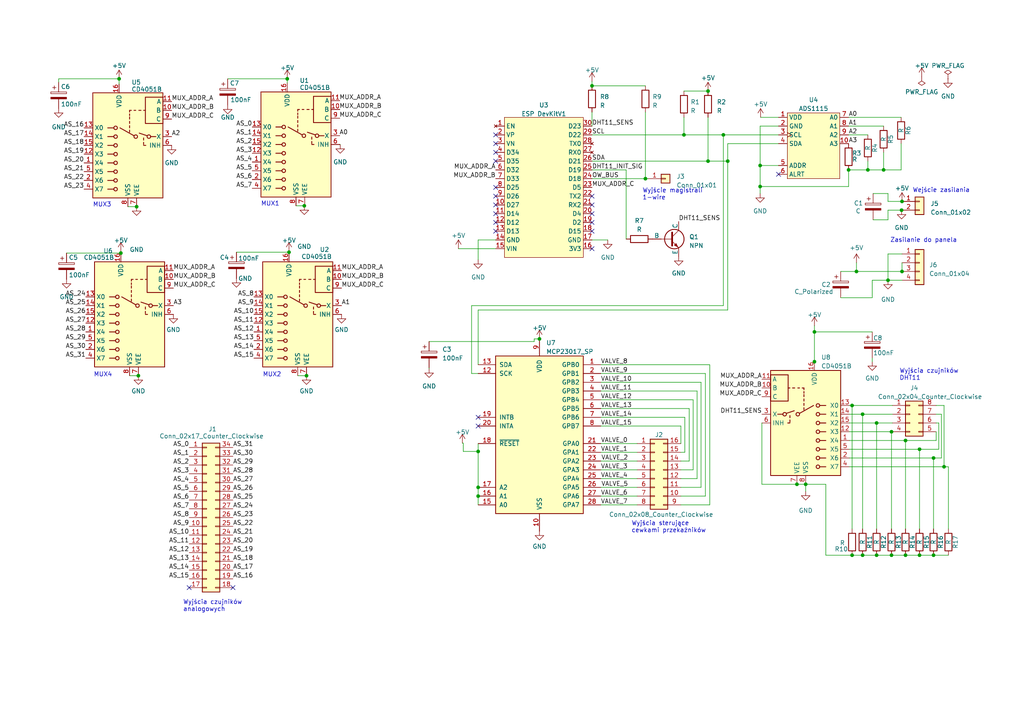
<source format=kicad_sch>
(kicad_sch (version 20230121) (generator eeschema)
  (paper "A4")
  (title_block (title "Stacja pomiarowa, układ z mikrokontolerem"))
  (lib_symbols
    (symbol "Analog_Switch:CD4051B"
      (property "Reference" "U" (at -10.16 16.51 0))
      (property "Value" "CD4051B" (at 3.81 16.51 0))
      (symbol "CD4051B_1_1"
        (pin bidirectional line (at 12.7 -5.08 180) (length 2.54) (name "X4") (number "1"))
        (pin input line (at -12.7 10.16 0) (length 2.54) (name "B") (number "10"))
        (pin input line (at -12.7 12.7 0) (length 2.54) (name "A") (number "11"))
        (pin bidirectional line (at 12.7 -2.54 180) (length 2.54) (name "X3") (number "12"))
        (pin bidirectional line (at 12.7 5.08 180) (length 2.54) (name "X0") (number "13"))
        (pin bidirectional line (at 12.7 2.54 180) (length 2.54) (name "X1") (number "14"))
        (pin bidirectional line (at 12.7 0 180) (length 2.54) (name "X2") (number "15"))
        (pin power_in line (at 2.54 17.78 270) (length 2.54) (name "VDD") (number "16"))
        (pin bidirectional line (at 12.7 -10.16 180) (length 2.54) (name "X6") (number "2"))
        (pin bidirectional line (at -12.7 2.54 0) (length 2.54) (name "X") (number "3"))
        (pin bidirectional line (at 12.7 -12.7 180) (length 2.54) (name "X7") (number "4"))
        (pin bidirectional line (at 12.7 -7.62 180) (length 2.54) (name "X5") (number "5"))
        (pin input line (at -12.7 0 0) (length 2.54) (name "INH") (number "6"))
        (pin power_in line (at -2.54 -17.78 90) (length 2.54) (name "VEE") (number "7"))
        (pin power_in line (at 0 -17.78 90) (length 2.54) (name "VSS") (number "8"))
        (pin input line (at -12.7 7.62 0) (length 2.54) (name "C") (number "9"))
      )
    )
    (symbol "Connector_Generic:Conn_01x01" (pin_names (offset 1.016) hide)
      (property "Reference" "J" (at 0 2.54 0))
      (property "Value" "Conn_01x01" (at 0 -2.54 0))
      (symbol "Conn_01x01_1_1"
        (pin passive line (at -5.08 0 0) (length 3.81) (name "Pin_1") (number "1"))
      )
    )
    (symbol "Connector_Generic:Conn_01x02" (pin_names (offset 1.016) hide)
      (property "Reference" "J" (at 0 2.54 0))
      (property "Value" "Conn_01x02" (at 0 -5.08 0))
      (symbol "Conn_01x02_1_1"
        (pin passive line (at -5.08 0 0) (length 3.81) (name "Pin_1") (number "1"))
        (pin passive line (at -5.08 -2.54 0) (length 3.81) (name "Pin_2") (number "2"))
      )
    )
    (symbol "Connector_Generic:Conn_01x04" (pin_names (offset 1.016) hide)
      (property "Reference" "J" (at 0 5.08 0))
      (property "Value" "Conn_01x04" (at 0 -7.62 0))
      (symbol "Conn_01x04_1_1"
        (pin passive line (at -5.08 2.54 0) (length 3.81) (name "Pin_1") (number "1"))
        (pin passive line (at -5.08 0 0) (length 3.81) (name "Pin_2") (number "2"))
        (pin passive line (at -5.08 -2.54 0) (length 3.81) (name "Pin_3") (number "3"))
        (pin passive line (at -5.08 -5.08 0) (length 3.81) (name "Pin_4") (number "4"))
      )
    )
    (symbol "Connector_Generic:Conn_02x04_Counter_Clockwise" (pin_names (offset 1.016) hide)
      (property "Reference" "J" (at 1.27 5.08 0))
      (property "Value" "Conn_02x04_Counter_Clockwise" (at 1.27 -7.62 0))
      (symbol "Conn_02x04_Counter_Clockwise_1_1"
        (pin passive line (at -5.08 2.54 0) (length 3.81) (name "Pin_1") (number "1"))
        (pin passive line (at -5.08 0 0) (length 3.81) (name "Pin_2") (number "2"))
        (pin passive line (at -5.08 -2.54 0) (length 3.81) (name "Pin_3") (number "3"))
        (pin passive line (at -5.08 -5.08 0) (length 3.81) (name "Pin_4") (number "4"))
        (pin passive line (at 7.62 -5.08 180) (length 3.81) (name "Pin_5") (number "5"))
        (pin passive line (at 7.62 -2.54 180) (length 3.81) (name "Pin_6") (number "6"))
        (pin passive line (at 7.62 0 180) (length 3.81) (name "Pin_7") (number "7"))
        (pin passive line (at 7.62 2.54 180) (length 3.81) (name "Pin_8") (number "8"))
      )
    )
    (symbol "Connector_Generic:Conn_02x08_Counter_Clockwise" (pin_names (offset 1.016) hide)
      (property "Reference" "J" (at 1.27 10.16 0))
      (property "Value" "Conn_02x08_Counter_Clockwise" (at 1.27 -12.7 0))
      (symbol "Conn_02x08_Counter_Clockwise_1_1"
        (pin passive line (at -5.08 7.62 0) (length 3.81) (name "Pin_1") (number "1"))
        (pin passive line (at 7.62 -7.62 180) (length 3.81) (name "Pin_10") (number "10"))
        (pin passive line (at 7.62 -5.08 180) (length 3.81) (name "Pin_11") (number "11"))
        (pin passive line (at 7.62 -2.54 180) (length 3.81) (name "Pin_12") (number "12"))
        (pin passive line (at 7.62 0 180) (length 3.81) (name "Pin_13") (number "13"))
        (pin passive line (at 7.62 2.54 180) (length 3.81) (name "Pin_14") (number "14"))
        (pin passive line (at 7.62 5.08 180) (length 3.81) (name "Pin_15") (number "15"))
        (pin passive line (at 7.62 7.62 180) (length 3.81) (name "Pin_16") (number "16"))
        (pin passive line (at -5.08 5.08 0) (length 3.81) (name "Pin_2") (number "2"))
        (pin passive line (at -5.08 2.54 0) (length 3.81) (name "Pin_3") (number "3"))
        (pin passive line (at -5.08 0 0) (length 3.81) (name "Pin_4") (number "4"))
        (pin passive line (at -5.08 -2.54 0) (length 3.81) (name "Pin_5") (number "5"))
        (pin passive line (at -5.08 -5.08 0) (length 3.81) (name "Pin_6") (number "6"))
        (pin passive line (at -5.08 -7.62 0) (length 3.81) (name "Pin_7") (number "7"))
        (pin passive line (at -5.08 -10.16 0) (length 3.81) (name "Pin_8") (number "8"))
        (pin passive line (at 7.62 -10.16 180) (length 3.81) (name "Pin_9") (number "9"))
      )
    )
    (symbol "Connector_Generic:Conn_02x17_Counter_Clockwise" (pin_names (offset 1.016) hide)
      (property "Reference" "J" (at 1.27 22.86 0))
      (property "Value" "Conn_02x17_Counter_Clockwise" (at 1.27 -22.86 0))
      (symbol "Conn_02x17_Counter_Clockwise_1_1"
        (pin passive line (at -5.08 20.32 0) (length 3.81) (name "Pin_1") (number "1"))
        (pin passive line (at -5.08 -2.54 0) (length 3.81) (name "Pin_10") (number "10"))
        (pin passive line (at -5.08 -5.08 0) (length 3.81) (name "Pin_11") (number "11"))
        (pin passive line (at -5.08 -7.62 0) (length 3.81) (name "Pin_12") (number "12"))
        (pin passive line (at -5.08 -10.16 0) (length 3.81) (name "Pin_13") (number "13"))
        (pin passive line (at -5.08 -12.7 0) (length 3.81) (name "Pin_14") (number "14"))
        (pin passive line (at -5.08 -15.24 0) (length 3.81) (name "Pin_15") (number "15"))
        (pin passive line (at -5.08 -17.78 0) (length 3.81) (name "Pin_16") (number "16"))
        (pin passive line (at -5.08 -20.32 0) (length 3.81) (name "Pin_17") (number "17"))
        (pin passive line (at 7.62 -20.32 180) (length 3.81) (name "Pin_18") (number "18"))
        (pin passive line (at 7.62 -17.78 180) (length 3.81) (name "Pin_19") (number "19"))
        (pin passive line (at -5.08 17.78 0) (length 3.81) (name "Pin_2") (number "2"))
        (pin passive line (at 7.62 -15.24 180) (length 3.81) (name "Pin_20") (number "20"))
        (pin passive line (at 7.62 -12.7 180) (length 3.81) (name "Pin_21") (number "21"))
        (pin passive line (at 7.62 -10.16 180) (length 3.81) (name "Pin_22") (number "22"))
        (pin passive line (at 7.62 -7.62 180) (length 3.81) (name "Pin_23") (number "23"))
        (pin passive line (at 7.62 -5.08 180) (length 3.81) (name "Pin_24") (number "24"))
        (pin passive line (at 7.62 -2.54 180) (length 3.81) (name "Pin_25") (number "25"))
        (pin passive line (at 7.62 0 180) (length 3.81) (name "Pin_26") (number "26"))
        (pin passive line (at 7.62 2.54 180) (length 3.81) (name "Pin_27") (number "27"))
        (pin passive line (at 7.62 5.08 180) (length 3.81) (name "Pin_28") (number "28"))
        (pin passive line (at 7.62 7.62 180) (length 3.81) (name "Pin_29") (number "29"))
        (pin passive line (at -5.08 15.24 0) (length 3.81) (name "Pin_3") (number "3"))
        (pin passive line (at 7.62 10.16 180) (length 3.81) (name "Pin_30") (number "30"))
        (pin passive line (at 7.62 12.7 180) (length 3.81) (name "Pin_31") (number "31"))
        (pin passive line (at 7.62 15.24 180) (length 3.81) (name "Pin_32") (number "32"))
        (pin passive line (at 7.62 17.78 180) (length 3.81) (name "Pin_33") (number "33"))
        (pin passive line (at 7.62 20.32 180) (length 3.81) (name "Pin_34") (number "34"))
        (pin passive line (at -5.08 12.7 0) (length 3.81) (name "Pin_4") (number "4"))
        (pin passive line (at -5.08 10.16 0) (length 3.81) (name "Pin_5") (number "5"))
        (pin passive line (at -5.08 7.62 0) (length 3.81) (name "Pin_6") (number "6"))
        (pin passive line (at -5.08 5.08 0) (length 3.81) (name "Pin_7") (number "7"))
        (pin passive line (at -5.08 2.54 0) (length 3.81) (name "Pin_8") (number "8"))
        (pin passive line (at -5.08 0 0) (length 3.81) (name "Pin_9") (number "9"))
      )
    )
    (symbol "Device:C_Polarized" (pin_numbers hide) (pin_names (offset 0.254))
      (property "Reference" "C" (at 0.635 2.54 0))
      (property "Value" "C_Polarized" (at 0.635 -2.54 0))
      (symbol "C_Polarized_1_1"
        (pin passive line (at 0 3.81 270) (length 2.794) (name "~") (number "1"))
        (pin passive line (at 0 -3.81 90) (length 2.794) (name "~") (number "2"))
      )
    )
    (symbol "Device:R" (pin_numbers hide) (pin_names (offset 0))
      (property "Reference" "R" (at 2.032 0 90))
      (property "Value" "R" (at 0 0 90))
      (symbol "R_1_1"
        (pin passive line (at 0 3.81 270) (length 1.27) (name "~") (number "1"))
        (pin passive line (at 0 -3.81 90) (length 1.27) (name "~") (number "2"))
      )
    )
    (symbol "Interface_Expansion:MCP23017_SP" (pin_names (offset 1.016))
      (property "Reference" "U" (at -11.43 24.13 0))
      (property "Value" "MCP23017_SP" (at 0 0 0))
      (symbol "MCP23017_SP_1_1"
        (pin bidirectional line (at 17.78 20.32 180) (length 5.08) (name "GPB0") (number "1"))
        (pin power_in line (at 0 -27.94 90) (length 5.08) (name "VSS") (number "10"))
        (pin no_connect line (at -12.7 15.24 0) (length 5.08) hide (name "NC") (number "11"))
        (pin input line (at -17.78 17.78 0) (length 5.08) (name "SCK") (number "12"))
        (pin bidirectional line (at -17.78 20.32 0) (length 5.08) (name "SDA") (number "13"))
        (pin no_connect line (at -12.7 12.7 0) (length 5.08) hide (name "NC") (number "14"))
        (pin input line (at -17.78 -20.32 0) (length 5.08) (name "A0") (number "15"))
        (pin input line (at -17.78 -17.78 0) (length 5.08) (name "A1") (number "16"))
        (pin input line (at -17.78 -15.24 0) (length 5.08) (name "A2") (number "17"))
        (pin input line (at -17.78 -2.54 0) (length 5.08) (name "~{RESET}") (number "18"))
        (pin tri_state line (at -17.78 5.08 0) (length 5.08) (name "INTB") (number "19"))
        (pin bidirectional line (at 17.78 17.78 180) (length 5.08) (name "GPB1") (number "2"))
        (pin tri_state line (at -17.78 2.54 0) (length 5.08) (name "INTA") (number "20"))
        (pin bidirectional line (at 17.78 -2.54 180) (length 5.08) (name "GPA0") (number "21"))
        (pin bidirectional line (at 17.78 -5.08 180) (length 5.08) (name "GPA1") (number "22"))
        (pin bidirectional line (at 17.78 -7.62 180) (length 5.08) (name "GPA2") (number "23"))
        (pin bidirectional line (at 17.78 -10.16 180) (length 5.08) (name "GPA3") (number "24"))
        (pin bidirectional line (at 17.78 -12.7 180) (length 5.08) (name "GPA4") (number "25"))
        (pin bidirectional line (at 17.78 -15.24 180) (length 5.08) (name "GPA5") (number "26"))
        (pin bidirectional line (at 17.78 -17.78 180) (length 5.08) (name "GPA6") (number "27"))
        (pin bidirectional line (at 17.78 -20.32 180) (length 5.08) (name "GPA7") (number "28"))
        (pin bidirectional line (at 17.78 15.24 180) (length 5.08) (name "GPB2") (number "3"))
        (pin bidirectional line (at 17.78 12.7 180) (length 5.08) (name "GPB3") (number "4"))
        (pin bidirectional line (at 17.78 10.16 180) (length 5.08) (name "GPB4") (number "5"))
        (pin bidirectional line (at 17.78 7.62 180) (length 5.08) (name "GPB5") (number "6"))
        (pin bidirectional line (at 17.78 5.08 180) (length 5.08) (name "GPB6") (number "7"))
        (pin bidirectional line (at 17.78 2.54 180) (length 5.08) (name "GPB7") (number "8"))
        (pin power_in line (at 0 27.94 270) (length 5.08) (name "VDD") (number "9"))
      )
    )
    (symbol "Simulation_SPICE:NPN" (pin_numbers hide) (pin_names (offset 0))
      (property "Reference" "Q" (at -2.54 7.62 0))
      (property "Value" "NPN" (at -2.54 5.08 0))
      (symbol "NPN_1_1"
        (pin open_collector line (at 2.54 5.08 270) (length 2.54) (name "C") (number "1"))
        (pin input line (at -5.08 0 0) (length 2.54) (name "B") (number "2"))
        (pin open_emitter line (at 2.54 -5.08 90) (length 2.54) (name "E") (number "3"))
      )
    )
    (symbol "breakout-boards:ads1115" (in_bom no)
      (property "Reference" "U" (at 0 2.54 0))
      (property "Value" "ADS1115" (at 0 0 0))
      (symbol "ads1115_1_1"
        (pin power_in line (at -10.16 -2.54 0) (length 2.54) (name "VDD") (number "1"))
        (pin input line (at 10.16 -10.16 180) (length 2.54) (name "A3") (number "10"))
        (pin power_in line (at -10.16 -5.08 0) (length 2.54) (name "GND") (number "2"))
        (pin input clock (at -10.16 -7.62 0) (length 2.54) (name "SCL") (number "3"))
        (pin input line (at -10.16 -10.16 0) (length 2.54) (name "SDA") (number "4"))
        (pin output line (at -10.16 -16.51 0) (length 2.54) (name "ADDR") (number "5"))
        (pin output line (at -10.16 -19.05 0) (length 2.54) (name "ALRT") (number "6"))
        (pin input line (at 10.16 -2.54 180) (length 2.54) (name "A0") (number "7"))
        (pin input line (at 10.16 -5.08 180) (length 2.54) (name "A1") (number "8"))
        (pin input line (at 10.16 -7.62 180) (length 2.54) (name "A2") (number "9"))
      )
    )
    (symbol "esp-dev-boards:ESP DevKitV1"
      (property "Reference" "U" (at -16.51 25.4 0))
      (property "Value" "ESP DevKitV1" (at -1.27 25.4 0))
      (symbol "ESP DevKitV1_1_1"
        (pin no_connect line (at -20.32 21.59 0) (length 2.54) (name "EN") (number "1"))
        (pin bidirectional line (at -20.32 -1.27 0) (length 2.54) (name "D27") (number "10"))
        (pin bidirectional line (at -20.32 -3.81 0) (length 2.54) (name "D14") (number "11"))
        (pin bidirectional line (at -20.32 -6.35 0) (length 2.54) (name "D12") (number "12"))
        (pin bidirectional line (at -20.32 -8.89 0) (length 2.54) (name "D13") (number "13"))
        (pin power_in line (at -20.32 -11.43 0) (length 2.54) (name "GND") (number "14"))
        (pin power_in line (at -20.32 -13.97 0) (length 2.54) (name "VIN") (number "15"))
        (pin power_out line (at 7.62 -13.97 180) (length 2.54) (name "3V3") (number "16"))
        (pin power_in line (at 7.62 -11.43 180) (length 2.54) (name "GND") (number "17"))
        (pin bidirectional line (at 7.62 -8.89 180) (length 2.54) (name "D15") (number "18"))
        (pin bidirectional line (at 7.62 -6.35 180) (length 2.54) (name "D2") (number "19"))
        (pin input line (at -20.32 19.05 0) (length 2.54) (name "VP") (number "2"))
        (pin bidirectional line (at 7.62 -3.81 180) (length 2.54) (name "D4") (number "20"))
        (pin bidirectional line (at 7.62 -1.27 180) (length 2.54) (name "RX2") (number "21"))
        (pin bidirectional line (at 7.62 1.27 180) (length 2.54) (name "TX2") (number "22"))
        (pin bidirectional line (at 7.62 3.81 180) (length 2.54) (name "D5") (number "23"))
        (pin bidirectional line (at 7.62 6.35 180) (length 2.54) (name "D18") (number "24"))
        (pin bidirectional line (at 7.62 8.89 180) (length 2.54) (name "D19") (number "25"))
        (pin bidirectional line (at 7.62 11.43 180) (length 2.54) (name "D21") (number "26"))
        (pin no_connect line (at 7.62 13.97 180) (length 2.54) (name "RX0") (number "27"))
        (pin no_connect line (at 7.62 16.51 180) (length 2.54) (name "TX0") (number "28"))
        (pin bidirectional line (at 7.62 19.05 180) (length 2.54) (name "D22") (number "29"))
        (pin input line (at -20.32 16.51 0) (length 2.54) (name "VN") (number "3"))
        (pin bidirectional line (at 7.62 21.59 180) (length 2.54) (name "D23") (number "30"))
        (pin input line (at -20.32 13.97 0) (length 2.54) (name "D34") (number "4"))
        (pin input line (at -20.32 11.43 0) (length 2.54) (name "D35") (number "5"))
        (pin bidirectional line (at -20.32 8.89 0) (length 2.54) (name "D32") (number "6"))
        (pin bidirectional line (at -20.32 6.35 0) (length 2.54) (name "D33") (number "7"))
        (pin bidirectional line (at -20.32 3.81 0) (length 2.54) (name "D25") (number "8"))
        (pin bidirectional line (at -20.32 1.27 0) (length 2.54) (name "D26") (number "9"))
      )
    )
    (symbol "power:+5V" (power) (pin_names (offset 0))
      (property "Value" "+5V" (at 0 3.556 0))
      (symbol "+5V_1_1"
        (pin power_in line (at 0 0 90) (length 0) hide (name "+5V") (number "1"))
      )
    )
    (symbol "power:GND" (power) (pin_names (offset 0))
      (property "Value" "GND" (at 0 -3.81 0))
      (symbol "GND_1_1"
        (pin power_in line (at 0 0 270) (length 0) hide (name "GND") (number "1"))
      )
    )
    (symbol "power:PWR_FLAG" (power) (pin_numbers hide) (pin_names (offset 0) hide)
      (property "Value" "PWR_FLAG" (at 0 3.81 0))
      (symbol "PWR_FLAG_0_0"
        (pin power_out line (at 0 0 90) (length 0) (name "pwr") (number "1"))
      )
    )
  )
  (junction (at 261.62 58.42))
  (junction (at 270.764 161.036))
  (junction (at 266.7 161.036))
  (junction (at 171.704 24.892))
  (junction (at 35.052 73.406))
  (junction (at 83.82 73.152))
  (junction (at 83.312 22.86))
  (junction (at 138.684 141.351))
  (junction (at 258.572 125.222))
  (junction (at 187.198 51.816))
  (junction (at 138.684 130.937))
  (junction (at 39.624 59.944))
  (junction (at 236.22 104.902))
  (junction (at 254.254 122.682))
  (junction (at 34.544 22.86))
  (junction (at 233.68 140.462))
  (junction (at 248.412 78.74))
  (junction (at 256.286 49.276))
  (junction (at 261.62 78.74))
  (junction (at 258.572 161.036))
  (junction (at 251.714 49.276))
  (junction (at 273.812 135.382))
  (junction (at 220.472 54.102))
  (junction (at 88.265 59.69))
  (junction (at 261.493 60.96))
  (junction (at 138.684 143.891))
  (junction (at 250.19 120.142))
  (junction (at 40.132 108.966))
  (junction (at 246.126 49.276))
  (junction (at 266.7 130.302))
  (junction (at 250.19 161.036))
  (junction (at 88.9 108.966))
  (junction (at 262.636 127.762))
  (junction (at 247.142 117.602))
  (junction (at 198.374 39.116))
  (junction (at 205.359 26.416))
  (junction (at 156.464 98.298))
  (junction (at 205.359 46.736))
  (junction (at 211.074 46.736))
  (junction (at 236.22 96.266))
  (junction (at 262.636 161.036))
  (junction (at 209.804 39.116))
  (junction (at 231.14 140.462))
  (junction (at 257.556 81.28))
  (junction (at 254.254 161.036))
  (junction (at 247.142 161.036))
  (junction (at 220.472 48.006))
  (junction (at 270.764 132.842))
  (no_connect (at 143.764 39.116))
  (no_connect (at 143.764 56.896))
  (no_connect (at 143.764 41.656))
  (no_connect (at 143.764 64.516))
  (no_connect (at 171.704 72.136))
  (no_connect (at 171.704 56.896))
  (no_connect (at 171.704 64.516))
  (no_connect (at 171.704 59.436))
  (no_connect (at 143.764 46.736))
  (no_connect (at 67.564 170.434))
  (no_connect (at 143.764 54.356))
  (no_connect (at 138.684 121.031))
  (no_connect (at 171.704 61.976))
  (no_connect (at 143.764 59.436))
  (no_connect (at 143.764 61.976))
  (no_connect (at 171.704 67.056))
  (no_connect (at 225.806 50.546))
  (no_connect (at 54.864 170.434))
  (no_connect (at 143.764 67.056))
  (no_connect (at 143.764 44.196))
  (no_connect (at 138.684 123.571))
  (wire (pts (xy 40.132 108.966) (xy 37.592 108.966)))
  (wire (pts (xy 138.684 89.916) (xy 211.074 89.916)))
  (wire (pts (xy 262.636 161.036) (xy 266.7 161.036)))
  (wire (pts (xy 247.142 117.602) (xy 258.826 117.602)))
  (wire (pts (xy 205.867 105.791) (xy 205.867 146.431)))
  (wire (pts (xy 199.898 118.491) (xy 174.244 118.491)))
  (wire (pts (xy 138.684 75.311) (xy 138.684 69.596)))
  (wire (pts (xy 247.142 117.602) (xy 247.142 153.416)))
  (wire (pts (xy 246.38 135.382) (xy 273.812 135.382)))
  (wire (pts (xy 220.599 34.036) (xy 225.806 34.036)))
  (wire (pts (xy 184.785 143.891) (xy 174.244 143.891)))
  (wire (pts (xy 258.572 161.036) (xy 262.636 161.036)))
  (wire (pts (xy 250.19 161.036) (xy 254.254 161.036)))
  (wire (pts (xy 138.684 69.596) (xy 143.764 69.596)))
  (wire (pts (xy 220.472 36.576) (xy 225.806 36.576)))
  (wire (pts (xy 254.254 161.036) (xy 258.572 161.036)))
  (wire (pts (xy 132.969 72.136) (xy 143.764 72.136)))
  (wire (pts (xy 202.184 113.411) (xy 174.244 113.411)))
  (wire (pts (xy 220.472 54.102) (xy 246.126 54.102)))
  (wire (pts (xy 246.38 132.842) (xy 270.764 132.842)))
  (wire (pts (xy 271.526 127.762) (xy 271.526 125.222)))
  (wire (pts (xy 136.779 88.646) (xy 209.804 88.646)))
  (wire (pts (xy 209.804 88.646) (xy 209.804 39.116)))
  (wire (pts (xy 239.522 140.462) (xy 239.522 161.036)))
  (wire (pts (xy 261.62 76.2) (xy 261.62 78.74)))
  (wire (pts (xy 246.126 54.102) (xy 246.126 49.276)))
  (wire (pts (xy 184.785 141.351) (xy 174.244 141.351)))
  (wire (pts (xy 138.684 130.937) (xy 138.684 141.351)))
  (wire (pts (xy 239.522 161.036) (xy 247.142 161.036)))
  (wire (pts (xy 257.556 58.42) (xy 261.62 58.42)))
  (wire (pts (xy 246.38 125.222) (xy 258.572 125.222)))
  (wire (pts (xy 98.552 31.75) (xy 98.425 31.75)))
  (wire (pts (xy 171.704 51.816) (xy 187.198 51.816)))
  (wire (pts (xy 184.785 136.271) (xy 174.244 136.271)))
  (wire (pts (xy 204.597 108.331) (xy 204.597 143.891)))
  (wire (pts (xy 270.764 132.842) (xy 270.764 153.416)))
  (wire (pts (xy 253.238 63.754) (xy 257.556 63.754)))
  (wire (pts (xy 88.392 59.69) (xy 88.265 59.69)))
  (wire (pts (xy 261.874 58.42) (xy 261.62 58.42)))
  (wire (pts (xy 275.082 153.416) (xy 275.082 135.382)))
  (wire (pts (xy 68.58 73.152) (xy 83.82 73.152)))
  (wire (pts (xy 181.61 49.276) (xy 171.704 49.276)))
  (wire (pts (xy 248.412 76.2) (xy 248.412 78.74)))
  (wire (pts (xy 171.704 24.892) (xy 187.198 24.892)))
  (wire (pts (xy 248.412 78.74) (xy 261.62 78.74)))
  (wire (pts (xy 266.7 161.036) (xy 270.764 161.036)))
  (wire (pts (xy 257.556 73.66) (xy 261.62 73.66)))
  (wire (pts (xy 138.684 128.651) (xy 138.684 130.937)))
  (wire (pts (xy 251.714 49.276) (xy 256.286 49.276)))
  (wire (pts (xy 253.238 56.134) (xy 257.556 56.134)))
  (wire (pts (xy 252.984 103.886) (xy 252.984 104.902)))
  (wire (pts (xy 266.7 130.302) (xy 272.288 130.302)))
  (wire (pts (xy 220.472 54.102) (xy 220.472 48.006)))
  (wire (pts (xy 66.04 22.86) (xy 83.312 22.86)))
  (wire (pts (xy 205.867 105.791) (xy 174.244 105.791)))
  (wire (pts (xy 202.184 113.411) (xy 202.184 138.811)))
  (wire (pts (xy 257.556 81.28) (xy 261.62 81.28)))
  (wire (pts (xy 275.082 135.382) (xy 273.812 135.382)))
  (wire (pts (xy 124.46 106.934) (xy 124.46 106.68)))
  (wire (pts (xy 138.684 108.331) (xy 136.779 108.331)))
  (wire (pts (xy 202.184 138.811) (xy 197.485 138.811)))
  (wire (pts (xy 187.198 51.816) (xy 187.96 51.816)))
  (wire (pts (xy 98.552 34.29) (xy 98.425 34.29)))
  (wire (pts (xy 98.552 29.21) (xy 98.425 29.21)))
  (wire (pts (xy 261.493 60.96) (xy 261.62 60.96)))
  (wire (pts (xy 246.38 127.762) (xy 262.636 127.762)))
  (wire (pts (xy 138.684 141.351) (xy 138.684 143.891)))
  (wire (pts (xy 88.9 108.966) (xy 86.36 108.966)))
  (wire (pts (xy 246.38 122.682) (xy 254.254 122.682)))
  (wire (pts (xy 136.779 108.331) (xy 136.779 88.646)))
  (wire (pts (xy 246.38 130.302) (xy 266.7 130.302)))
  (wire (pts (xy 266.7 130.302) (xy 266.7 153.416)))
  (wire (pts (xy 220.472 48.006) (xy 220.472 36.576)))
  (wire (pts (xy 171.704 39.116) (xy 198.374 39.116)))
  (wire (pts (xy 174.244 123.571) (xy 197.485 123.571)))
  (wire (pts (xy 134.366 130.937) (xy 138.684 130.937)))
  (wire (pts (xy 174.244 110.871) (xy 203.327 110.871)))
  (wire (pts (xy 256.286 49.276) (xy 261.366 49.276)))
  (wire (pts (xy 233.68 140.462) (xy 239.522 140.462)))
  (wire (pts (xy 201.041 136.271) (xy 197.485 136.271)))
  (wire (pts (xy 138.684 143.891) (xy 138.684 146.431)))
  (wire (pts (xy 184.785 133.731) (xy 174.244 133.731)))
  (wire (pts (xy 34.544 22.86) (xy 17.018 22.86)))
  (wire (pts (xy 258.572 125.222) (xy 258.826 125.222)))
  (wire (pts (xy 257.556 63.754) (xy 257.556 60.96)))
  (wire (pts (xy 198.374 34.036) (xy 198.374 39.116)))
  (wire (pts (xy 256.286 49.276) (xy 256.286 44.196)))
  (wire (pts (xy 201.041 115.951) (xy 201.041 136.271)))
  (wire (pts (xy 273.812 117.602) (xy 271.526 117.602)))
  (wire (pts (xy 236.22 96.266) (xy 252.984 96.266)))
  (wire (pts (xy 198.628 121.031) (xy 174.244 121.031)))
  (wire (pts (xy 39.624 59.944) (xy 37.084 59.944)))
  (wire (pts (xy 257.556 73.66) (xy 257.556 81.28)))
  (wire (pts (xy 171.704 23.622) (xy 171.704 24.892)))
  (wire (pts (xy 250.19 120.142) (xy 250.19 153.416)))
  (wire (pts (xy 156.464 98.298) (xy 154.94 98.298)))
  (wire (pts (xy 204.597 108.331) (xy 174.244 108.331)))
  (wire (pts (xy 209.804 39.116) (xy 225.806 39.116)))
  (wire (pts (xy 197.485 123.571) (xy 197.485 128.651)))
  (wire (pts (xy 273.05 132.842) (xy 273.05 120.142)))
  (wire (pts (xy 246.38 120.142) (xy 250.19 120.142)))
  (wire (pts (xy 252.984 81.28) (xy 257.556 81.28)))
  (wire (pts (xy 134.366 128.524) (xy 134.366 130.937)))
  (wire (pts (xy 233.68 140.462) (xy 233.68 142.494)))
  (wire (pts (xy 270.764 161.036) (xy 275.082 161.036)))
  (wire (pts (xy 154.94 98.298) (xy 154.94 99.06)))
  (wire (pts (xy 211.074 41.656) (xy 211.074 46.736)))
  (wire (pts (xy 171.704 32.512) (xy 171.704 36.576)))
  (wire (pts (xy 88.265 59.69) (xy 85.852 59.69)))
  (wire (pts (xy 184.785 138.811) (xy 174.244 138.811)))
  (wire (pts (xy 204.597 143.891) (xy 197.485 143.891)))
  (wire (pts (xy 19.304 73.406) (xy 35.052 73.406)))
  (wire (pts (xy 236.22 94.488) (xy 236.22 96.266)))
  (wire (pts (xy 211.074 89.916) (xy 211.074 46.736)))
  (wire (pts (xy 236.22 96.266) (xy 236.22 104.902)))
  (wire (pts (xy 35.052 72.898) (xy 35.052 73.406)))
  (wire (pts (xy 231.14 140.462) (xy 233.68 140.462)))
  (wire (pts (xy 174.244 115.951) (xy 201.041 115.951)))
  (wire (pts (xy 198.628 121.031) (xy 198.628 131.191)))
  (wire (pts (xy 220.472 48.006) (xy 225.806 48.006)))
  (wire (pts (xy 83.82 73.152) (xy 83.82 73.406)))
  (wire (pts (xy 273.812 135.382) (xy 273.812 117.602)))
  (wire (pts (xy 243.84 78.74) (xy 248.412 78.74)))
  (wire (pts (xy 272.288 122.682) (xy 271.526 122.682)))
  (wire (pts (xy 98.552 39.37) (xy 98.425 39.37)))
  (wire (pts (xy 272.288 130.302) (xy 272.288 122.682)))
  (wire (pts (xy 134.366 128.524) (xy 134.112 128.524)))
  (wire (pts (xy 171.704 69.596) (xy 176.276 69.596)))
  (wire (pts (xy 246.126 49.276) (xy 251.714 49.276)))
  (wire (pts (xy 205.867 146.431) (xy 197.485 146.431)))
  (wire (pts (xy 254.254 122.682) (xy 254.254 153.416)))
  (wire (pts (xy 138.684 105.791) (xy 138.684 89.916)))
  (wire (pts (xy 156.464 98.298) (xy 156.464 98.171)))
  (wire (pts (xy 262.636 127.762) (xy 271.526 127.762)))
  (wire (pts (xy 203.327 110.871) (xy 203.327 141.351)))
  (wire (pts (xy 261.366 49.276) (xy 261.366 41.656)))
  (wire (pts (xy 254.254 122.682) (xy 258.826 122.682)))
  (wire (pts (xy 83.82 72.898) (xy 83.82 73.152)))
  (wire (pts (xy 220.98 122.682) (xy 220.98 140.462)))
  (wire (pts (xy 198.628 131.191) (xy 197.485 131.191)))
  (wire (pts (xy 236.22 104.902) (xy 236.22 105.156)))
  (wire (pts (xy 205.359 34.036) (xy 205.359 46.736)))
  (wire (pts (xy 247.142 161.036) (xy 250.19 161.036)))
  (wire (pts (xy 17.018 22.86) (xy 17.018 23.876)))
  (wire (pts (xy 251.714 49.276) (xy 251.714 46.736)))
  (wire (pts (xy 252.984 81.28) (xy 252.984 86.36)))
  (wire (pts (xy 258.572 125.222) (xy 258.572 153.416)))
  (wire (pts (xy 83.312 22.86) (xy 83.312 24.13)))
  (wire (pts (xy 205.359 46.736) (xy 211.074 46.736)))
  (wire (pts (xy 220.98 140.462) (xy 231.14 140.462)))
  (wire (pts (xy 198.374 26.416) (xy 205.359 26.416)))
  (wire (pts (xy 171.704 46.736) (xy 205.359 46.736)))
  (wire (pts (xy 246.126 34.036) (xy 261.366 34.036)))
  (wire (pts (xy 198.374 39.116) (xy 209.804 39.116)))
  (wire (pts (xy 34.544 22.86) (xy 34.544 24.384)))
  (wire (pts (xy 257.556 60.96) (xy 261.493 60.96)))
  (wire (pts (xy 184.785 131.191) (xy 174.244 131.191)))
  (wire (pts (xy 256.286 36.576) (xy 246.126 36.576)))
  (wire (pts (xy 225.806 41.656) (xy 211.074 41.656)))
  (wire (pts (xy 257.556 56.134) (xy 257.556 58.42)))
  (wire (pts (xy 251.714 39.116) (xy 246.126 39.116)))
  (wire (pts (xy 262.636 127.762) (xy 262.636 153.416)))
  (wire (pts (xy 184.785 128.651) (xy 174.244 128.651)))
  (wire (pts (xy 203.327 141.351) (xy 197.485 141.351)))
  (wire (pts (xy 246.38 117.602) (xy 247.142 117.602)))
  (wire (pts (xy 270.764 132.842) (xy 273.05 132.842)))
  (wire (pts (xy 199.898 118.491) (xy 199.898 133.731)))
  (wire (pts (xy 181.61 69.342) (xy 181.61 49.276)))
  (wire (pts (xy 250.19 120.142) (xy 258.826 120.142)))
  (wire (pts (xy 98.552 41.91) (xy 98.679 41.91)))
  (wire (pts (xy 273.05 120.142) (xy 271.526 120.142)))
  (wire (pts (xy 187.198 32.512) (xy 187.198 51.816)))
  (wire (pts (xy 184.785 146.431) (xy 174.244 146.431)))
  (wire (pts (xy 199.898 133.731) (xy 197.485 133.731)))
  (wire (pts (xy 220.472 56.134) (xy 220.472 54.102)))
  (wire (pts (xy 124.46 99.06) (xy 154.94 99.06)))
  (wire (pts (xy 243.84 86.36) (xy 252.984 86.36)))
  (text "Wyjścia sterujące\ncewkami przekaźników\n" (at 183.134 154.686 0) (effects (font (size 1.27 1.27)) (justify left bottom)))
  (text "MUX4" (at 27.178 109.474 0) (effects (font (size 1.27 1.27)) (justify left bottom)))
  (text "Wyjścia czujników\nDHT11" (at 260.858 110.49 0) (effects (font (size 1.27 1.27)) (justify left bottom)))
  (text "MUX2\n" (at 76.2 109.474 0) (effects (font (size 1.27 1.27)) (justify left bottom)))
  (text "Wyjście magistrali\n1-wire\n" (at 186.309 58.166 0) (effects (font (size 1.27 1.27)) (justify left bottom)))
  (text "MUX3\n" (at 26.924 60.198 0) (effects (font (size 1.27 1.27)) (justify left bottom)))
  (text "Wejście zasilania" (at 264.668 56.007 0) (effects (font (size 1.27 1.27)) (justify left bottom)))
  (text "Zasilanie do panela" (at 258.191 70.485 0) (effects (font (size 1.27 1.27)) (justify left bottom)))
  (text "Wyjścia czujników\nanalogowych\n" (at 53.086 177.546 0) (effects (font (size 1.27 1.27)) (justify left bottom)))
  (text "MUX1" (at 75.692 59.944 0) (effects (font (size 1.27 1.27)) (justify left bottom)))
  (label "AS_27" (at 67.564 139.954 0))
  (label "MUX_ADDR_B" (at 49.784 32.004 0))
  (label "AS_7" (at 54.864 147.574 180))
  (label "AS_8" (at 73.66 86.106 180))
  (label "OW_BUS" (at 171.704 51.816 0))
  (label "AS_14" (at 73.66 101.346 180))
  (label "AS_30" (at 67.564 132.334 0))
  (label "AS_18" (at 67.564 162.814 0))
  (label "AS_3" (at 54.864 137.414 180))
  (label "AS_10" (at 54.864 155.194 180))
  (label "MUX_ADDR_B" (at 98.425 31.75 0))
  (label "A2" (at 246.126 39.116 0))
  (label "SDA" (at 171.704 46.736 0))
  (label "DHT11_SENS" (at 196.85 64.262 0))
  (label "DHT11_SENS" (at 171.704 36.576 0))
  (label "AS_24" (at 24.892 86.106 180))
  (label "AS_16" (at 24.384 37.084 180))
  (label "AS_2" (at 54.864 134.874 180))
  (label "VALVE_10" (at 174.244 110.871 0))
  (label "AS_19" (at 24.384 44.704 180))
  (label "MUX_ADDR_B" (at 99.06 81.026 0))
  (label "AS_20" (at 67.564 157.734 0))
  (label "AS_22" (at 67.564 152.654 0))
  (label "AS_23" (at 24.384 54.864 180))
  (label "AS_4" (at 54.864 139.954 180))
  (label "AS_28" (at 24.892 96.266 180))
  (label "MUX_ADDR_C" (at 99.06 83.566 0))
  (label "VALVE_2" (at 174.371 133.731 0))
  (label "MUX_ADDR_C" (at 171.704 54.356 0))
  (label "AS_6" (at 73.152 52.07 180))
  (label "AS_15" (at 73.66 103.886 180))
  (label "AS_2" (at 73.152 41.91 180))
  (label "MUX_ADDR_A" (at 99.06 78.486 0))
  (label "MUX_ADDR_B" (at 220.98 112.522 180))
  (label "AS_5" (at 54.864 142.494 180))
  (label "AS_6" (at 54.864 145.034 180))
  (label "MUX_ADDR_C" (at 50.292 83.566 0))
  (label "A1" (at 99.06 88.646 0))
  (label "AS_17" (at 67.564 165.354 0))
  (label "AS_0" (at 54.864 129.794 180))
  (label "VALVE_0" (at 174.244 128.651 0))
  (label "A0" (at 98.425 39.37 0))
  (label "DHT11_INIT_SIG" (at 171.704 49.276 0))
  (label "AS_15" (at 54.864 167.894 180))
  (label "SCL" (at 171.704 39.116 0))
  (label "A3" (at 246.126 41.656 0))
  (label "MUX_ADDR_A" (at 143.764 49.276 180))
  (label "AS_12" (at 54.864 160.274 180))
  (label "AS_23" (at 67.564 150.114 0))
  (label "AS_28" (at 67.564 137.414 0))
  (label "AS_11" (at 54.864 157.734 180))
  (label "MUX_ADDR_C" (at 98.425 34.29 0))
  (label "AS_26" (at 24.892 91.186 180))
  (label "AS_24" (at 67.564 147.574 0))
  (label "AS_27" (at 24.892 93.726 180))
  (label "VALVE_11" (at 174.244 113.411 0))
  (label "AS_3" (at 73.152 44.45 180))
  (label "VALVE_1" (at 174.244 131.191 0))
  (label "AS_12" (at 73.66 96.266 180))
  (label "AS_9" (at 73.66 88.646 180))
  (label "AS_10" (at 73.66 91.186 180))
  (label "A0" (at 246.126 34.036 0))
  (label "AS_11" (at 73.66 93.726 180))
  (label "AS_19" (at 67.564 160.274 0))
  (label "A2" (at 49.784 39.624 0))
  (label "AS_31" (at 24.892 103.886 180))
  (label "MUX_ADDR_A" (at 50.292 78.486 0))
  (label "AS_22" (at 24.384 52.324 180))
  (label "VALVE_4" (at 174.244 138.811 0))
  (label "AS_20" (at 24.384 47.244 180))
  (label "AS_4" (at 73.152 46.99 180))
  (label "AS_5" (at 73.152 49.53 180))
  (label "MUX_ADDR_A" (at 98.425 29.21 0))
  (label "AS_1" (at 54.864 132.334 180))
  (label "AS_29" (at 24.892 98.806 180))
  (label "MUX_ADDR_B" (at 50.292 81.026 0))
  (label "AS_0" (at 73.152 36.83 180))
  (label "A1" (at 246.126 36.576 0))
  (label "A3" (at 50.292 88.646 0))
  (label "VALVE_12" (at 174.244 115.951 0))
  (label "AS_29" (at 67.564 134.874 0))
  (label "VALVE_8" (at 174.244 105.791 0))
  (label "AS_8" (at 54.864 150.114 180))
  (label "AS_13" (at 73.66 98.806 180))
  (label "AS_31" (at 67.564 129.794 0))
  (label "AS_14" (at 54.864 165.354 180))
  (label "VALVE_3" (at 174.244 136.271 0))
  (label "MUX_ADDR_B" (at 143.764 51.816 180))
  (label "VALVE_6" (at 174.244 143.891 0))
  (label "AS_16" (at 67.564 167.894 0))
  (label "MUX_ADDR_A" (at 220.98 109.982 180))
  (label "VALVE_13" (at 174.244 118.491 0))
  (label "MUX_ADDR_C" (at 49.784 34.544 0))
  (label "AS_13" (at 54.864 162.814 180))
  (label "DHT11_SENS" (at 220.98 120.142 180))
  (label "AS_9" (at 54.864 152.654 180))
  (label "VALVE_5" (at 174.371 141.351 0))
  (label "AS_1" (at 73.152 39.37 180))
  (label "AS_18" (at 24.384 42.164 180))
  (label "AS_25" (at 67.564 145.034 0))
  (label "VALVE_9" (at 174.244 108.331 0))
  (label "AS_25" (at 24.892 88.646 180))
  (label "AS_26" (at 67.564 142.494 0))
  (label "AS_21" (at 24.384 49.784 180))
  (label "VALVE_7" (at 174.244 146.431 0))
  (label "AS_7" (at 73.152 54.61 180))
  (label "AS_21" (at 67.564 155.194 0))
  (label "VALVE_14" (at 174.244 121.031 0))
  (label "MUX_ADDR_A" (at 49.784 29.464 0))
  (label "VALVE_15" (at 174.244 123.571 0))
  (label "AS_30" (at 24.892 101.346 180))
  (label "AS_17" (at 24.384 39.624 180))
  (label "MUX_ADDR_C" (at 220.98 115.062 180))
  (symbol (lib_id "Device:R") (at 198.374 30.226 0) (unit 1)
    (property "Reference" "R1" (at 200.279 29.591 0) (effects (justify left)))
    (property "Value" "R" (at 200.279 32.131 0) (effects (justify left)))
    (property "Footprint" "Resistor_THT:R_Axial_DIN0207_L6.3mm_D2.5mm_P7.62mm_Horizontal" (effects hide))
  )
  (symbol (lib_id "power:GND") (at 66.04 30.48 0) (unit 1)
    (property "Reference" "#PWR034" (effects hide))
    (property "Value" "GND" (at 66.04 34.036 0))
  )
  (symbol (lib_id "Device:C_Polarized") (at 243.84 82.55 0) (unit 1)
    (property "Reference" "C2" (at 238.252 82.55 0) (effects (justify left)))
    (property "Value" "C_Polarized" (at 230.378 84.582 0) (effects (justify left)))
    (property "Footprint" "Capacitor_THT:CP_Radial_D5.0mm_P2.50mm" (effects hide))
  )
  (symbol (lib_id "Device:R") (at 270.764 157.226 0) (unit 1)
    (property "Reference" "R16" (at 272.796 157.226 90))
    (property "Value" "R" (at 270.764 157.226 90))
  )
  (symbol (lib_id "power:GND") (at 156.464 154.051 0) (unit 1)
    (property "Reference" "#PWR030" (effects hide))
    (property "Value" "GND" (at 156.464 158.496 0))
  )
  (symbol (lib_id "Connector_Generic:Conn_01x01") (at 193.04 51.816 0) (unit 1)
    (property "Reference" "J3" (at 196.215 51.181 0) (effects (justify left)))
    (property "Value" "Conn_01x01" (at 196.215 53.721 0) (effects (justify left)))
    (property "Footprint" "Connector_PinHeader_2.54mm:PinHeader_1x01_P2.54mm_Vertical" (effects hide))
  )
  (symbol (lib_id "Connector_Generic:Conn_02x04_Counter_Clockwise") (at 263.906 120.142 0) (unit 1)
    (property "Reference" "J4" (at 265.176 112.522 0))
    (property "Value" "Conn_02x04_Counter_Clockwise" (at 269.748 115.062 0))
    (property "Footprint" "Connector_IDC:IDC-Header_2x04_P2.54mm_Vertical" (effects hide))
  )
  (symbol (lib_id "power:+5V") (at 156.464 98.298 0) (unit 1)
    (property "Reference" "#PWR023" (effects hide))
    (property "Value" "+5V" (at 156.464 95.123 0))
  )
  (symbol (lib_id "power:GND") (at 176.276 69.596 0) (unit 1)
    (property "Reference" "#PWR033" (effects hide))
    (property "Value" "GND" (at 176.276 74.676 0))
  )
  (symbol (lib_id "Device:R") (at 171.704 28.702 0) (unit 1)
    (property "Reference" "R8" (at 173.99 28.067 0) (effects (justify left)))
    (property "Value" "R" (at 173.99 30.607 0) (effects (justify left)))
  )
  (symbol (lib_id "Connector_Generic:Conn_02x17_Counter_Clockwise") (at 59.944 150.114 0) (unit 1)
    (property "Reference" "J1" (at 60.452 124.46 0) (effects (justify left)))
    (property "Value" "Conn_02x17_Counter_Clockwise" (at 46.228 126.492 0) (effects (justify left)))
    (property "Footprint" "Connector_IDC:IDC-Header_2x17_P2.54mm_Vertical" (effects hide))
  )
  (symbol (lib_id "power:+5V") (at 132.969 72.136 0) (unit 1)
    (property "Reference" "#PWR032" (effects hide))
    (property "Value" "+5V" (at 132.969 68.326 0))
  )
  (symbol (lib_id "power:+5V") (at 134.112 128.524 0) (unit 1)
    (property "Reference" "#PWR020" (effects hide))
    (property "Value" "+5V" (at 134.112 125.349 0))
  )
  (symbol (lib_id "power:+5V") (at 171.704 23.622 0) (unit 1)
    (property "Reference" "#PWR039" (effects hide))
    (property "Value" "+5V" (at 171.704 20.32 0))
  )
  (symbol (lib_id "power:+5V") (at 83.82 72.898 0) (mirror y) (unit 1)
    (property "Reference" "#PWR09" (effects hide))
    (property "Value" "+5V" (at 83.82 69.723 0))
  )
  (symbol (lib_id "Device:C_Polarized") (at 68.58 76.962 0) (unit 1)
    (property "Reference" "C4" (at 63.754 74.676 0) (effects (justify left)))
    (property "Value" "100nF" (at 69.088 74.93 0) (effects (justify left)))
    (property "Footprint" "Capacitor_THT:C_Disc_D4.3mm_W1.9mm_P5.00mm" (effects hide))
  )
  (symbol (lib_id "power:GND") (at 220.472 56.134 0) (unit 1)
    (property "Reference" "#PWR011" (effects hide))
    (property "Value" "GND" (at 220.472 61.214 0))
  )
  (symbol (lib_id "Device:R") (at 247.142 157.226 0) (unit 1)
    (property "Reference" "R10" (at 242.062 159.258 0) (effects (justify left)))
    (property "Value" "R" (at 243.586 157.48 0) (effects (justify left)))
  )
  (symbol (lib_id "power:+5V") (at 83.312 22.86 0) (mirror y) (unit 1)
    (property "Reference" "#PWR08" (effects hide))
    (property "Value" "+5V" (at 83.312 19.685 0))
  )
  (symbol (lib_id "power:GND") (at 40.132 108.966 0) (mirror y) (unit 1)
    (property "Reference" "#PWR016" (effects hide))
    (property "Value" "GND" (at 40.132 113.411 0))
  )
  (symbol (lib_id "power:+5V") (at 205.359 26.416 0) (unit 1)
    (property "Reference" "#PWR022" (effects hide))
    (property "Value" "+5V" (at 205.359 22.606 0))
  )
  (symbol (lib_id "power:GND") (at 19.304 81.026 0) (unit 1)
    (property "Reference" "#PWR027" (effects hide))
    (property "Value" "GND" (at 19.304 86.106 0))
  )
  (symbol (lib_id "power:GND") (at 233.68 142.494 0) (unit 1)
    (property "Reference" "#PWR024" (effects hide))
    (property "Value" "GND" (at 233.68 148.082 0))
  )
  (symbol (lib_id "Device:R") (at 185.42 69.342 90) (unit 1)
    (property "Reference" "R7" (at 185.42 64.008 90))
    (property "Value" "R" (at 185.42 66.548 90))
  )
  (symbol (lib_id "Device:R") (at 275.082 157.226 0) (unit 1)
    (property "Reference" "R17" (at 277.114 157.226 90))
    (property "Value" "R" (at 275.082 157.226 90))
  )
  (symbol (lib_id "Device:R") (at 261.366 37.846 0) (unit 1)
    (property "Reference" "R6" (at 263.398 37.846 90))
    (property "Value" "R" (at 261.366 37.846 90))
  )
  (symbol (lib_id "Device:R") (at 254.254 157.226 0) (unit 1)
    (property "Reference" "R12" (at 256.286 157.226 90))
    (property "Value" "R" (at 254.254 157.226 90))
  )
  (symbol (lib_id "Device:C_Polarized") (at 19.304 77.216 0) (unit 1)
    (property "Reference" "C5" (at 19.939 74.676 0) (effects (justify left)))
    (property "Value" "100nF" (at 19.939 79.756 0) (effects (justify left)))
    (property "Footprint" "Capacitor_THT:C_Disc_D4.3mm_W1.9mm_P5.00mm" (effects hide))
  )
  (symbol (lib_id "power:GND") (at 274.955 22.86 0) (unit 1)
    (property "Reference" "#PWR02" (effects hide))
    (property "Value" "GND" (at 274.955 27.94 0))
  )
  (symbol (lib_id "power:GND") (at 124.46 106.934 0) (unit 1)
    (property "Reference" "#PWR07" (effects hide))
    (property "Value" "GND" (at 124.46 112.014 0))
  )
  (symbol (lib_id "power:GND") (at 68.58 80.772 0) (unit 1)
    (property "Reference" "#PWR010" (effects hide))
    (property "Value" "GND" (at 71.12 80.772 0))
  )
  (symbol (lib_id "Device:C_Polarized") (at 253.238 59.944 0) (unit 1)
    (property "Reference" "C1" (at 247.65 58.928 0) (effects (justify left)))
    (property "Value" "C" (at 248.158 61.214 0) (effects (justify left)))
    (property "Footprint" "Capacitor_THT:CP_Radial_D5.0mm_P2.50mm" (effects hide))
  )
  (symbol (lib_id "power:+5V") (at 248.412 76.2 0) (unit 1)
    (property "Reference" "#PWR017" (effects hide))
    (property "Value" "+5V" (at 248.412 71.882 0))
  )
  (symbol (lib_id "power:PWR_FLAG") (at 274.955 22.86 0) (unit 1)
    (property "Reference" "#FLG02" (effects hide))
    (property "Value" "PWR_FLAG" (at 274.955 19.05 0))
  )
  (symbol (lib_id "Device:R") (at 266.7 157.226 0) (unit 1)
    (property "Reference" "R15" (at 268.732 157.226 90))
    (property "Value" "R" (at 266.7 157.226 90))
  )
  (symbol (lib_id "Device:C_Polarized") (at 252.984 100.076 0) (unit 1)
    (property "Reference" "C8" (at 253.238 98.044 0) (effects (justify left)))
    (property "Value" "100nF" (at 253.238 102.362 0) (effects (justify left)))
    (property "Footprint" "Capacitor_THT:C_Disc_D4.3mm_W1.9mm_P5.00mm" (effects hide))
  )
  (symbol (lib_id "power:GND") (at 138.684 75.311 0) (unit 1)
    (property "Reference" "#PWR031" (effects hide))
    (property "Value" "GND" (at 138.684 80.391 0))
  )
  (symbol (lib_id "Analog_Switch:CD4051B") (at 86.36 91.186 0) (mirror y) (unit 1)
    (property "Reference" "U2" (at 95.504 72.39 0) (effects (justify left)))
    (property "Value" "CD4051B" (at 96.266 74.422 0) (effects (justify left)))
    (property "Footprint" "Package_DIP:DIP-16_W7.62mm_Socket" (effects hide))
    (property "Datasheet" "http://www.ti.com/lit/ds/symlink/cd4052b.pdf" (effects hide))
  )
  (symbol (lib_id "Connector_Generic:Conn_02x08_Counter_Clockwise") (at 189.865 136.271 0) (unit 1)
    (property "Reference" "J2" (at 191.135 126.111 0))
    (property "Value" "Conn_02x08_Counter_Clockwise" (at 191.77 149.225 0))
    (property "Footprint" "Connector_IDC:IDC-Header_2x08_P2.54mm_Vertical" (effects hide))
  )
  (symbol (lib_id "Device:R") (at 246.126 45.466 0) (unit 1)
    (property "Reference" "R3" (at 247.142 44.45 0) (effects (justify left)))
    (property "Value" "R" (at 247.142 46.228 0) (effects (justify left)))
  )
  (symbol (lib_id "power:+5V") (at 35.052 72.898 0) (mirror y) (unit 1)
    (property "Reference" "#PWR019" (effects hide))
    (property "Value" "+5V" (at 35.052 69.723 0))
  )
  (symbol (lib_id "Device:R") (at 258.572 157.226 0) (unit 1)
    (property "Reference" "R13" (at 260.604 157.226 90))
    (property "Value" "R" (at 258.572 157.226 90))
  )
  (symbol (lib_id "Simulation_SPICE:NPN") (at 194.31 69.342 0) (unit 1)
    (property "Reference" "Q1" (at 199.898 68.707 0) (effects (justify left)))
    (property "Value" "NPN" (at 199.898 71.247 0) (effects (justify left)))
    (property "Sim.Device" "NPN" (effects hide))
    (property "Sim.Type" "GUMMELPOON" (effects hide))
    (property "Sim.Pins" "1=C 2=B 3=E" (effects hide))
  )
  (symbol (lib_id "Analog_Switch:CD4051B") (at 85.852 41.91 0) (mirror y) (unit 1)
    (property "Reference" "U1" (at 89.662 23.368 0) (effects (justify left)))
    (property "Value" "CD4051B" (at 95.758 25.4 0) (effects (justify left)))
    (property "Footprint" "Package_DIP:DIP-16_W7.62mm_Socket" (effects hide))
    (property "Datasheet" "http://www.ti.com/lit/ds/symlink/cd4052b.pdf" (effects hide))
  )
  (symbol (lib_id "power:GND") (at 196.85 74.422 0) (unit 1)
    (property "Reference" "#PWR038" (effects hide))
    (property "Value" "GND" (at 196.85 79.248 0))
  )
  (symbol (lib_id "Analog_Switch:CD4051B") (at 233.68 122.682 0) (unit 1)
    (property "Reference" "U8" (at 238.1759 103.632 0) (effects (justify left)))
    (property "Value" "CD4051B" (at 238.1759 106.172 0) (effects (justify left)))
    (property "Datasheet" "http://www.ti.com/lit/ds/symlink/cd4052b.pdf" (effects hide))
  )
  (symbol (lib_id "Interface_Expansion:MCP23017_SP") (at 156.464 126.111 0) (unit 1)
    (property "Reference" "U7" (at 158.4199 99.441 0) (effects (justify left)))
    (property "Value" "MCP23017_SP" (at 158.4199 101.981 0) (effects (justify left)))
    (property "Footprint" "Package_DIP:DIP-28_W7.62mm" (effects hide))
    (property "Datasheet" "http://ww1.microchip.com/downloads/en/DeviceDoc/20001952C.pdf" (effects hide))
  )
  (symbol (lib_id "power:GND") (at 88.265 59.69 0) (mirror y) (unit 1)
    (property "Reference" "#PWR05" (effects hide))
    (property "Value" "GND" (at 88.265 71.501 0))
  )
  (symbol (lib_id "Device:R") (at 256.286 40.386 0) (unit 1)
    (property "Reference" "R5" (at 258.318 40.386 90))
    (property "Value" "R" (at 256.286 40.386 90))
  )
  (symbol (lib_id "power:GND") (at 99.06 91.186 0) (mirror y) (unit 1)
    (property "Reference" "#PWR04" (effects hide))
    (property "Value" "GND" (at 99.06 95.631 0))
  )
  (symbol (lib_id "Device:R") (at 262.636 157.226 0) (unit 1)
    (property "Reference" "R14" (at 264.668 157.226 90))
    (property "Value" "R" (at 262.636 157.226 90))
  )
  (symbol (lib_id "power:GND") (at 49.784 42.164 0) (mirror y) (unit 1)
    (property "Reference" "#PWR013" (effects hide))
    (property "Value" "GND" (at 49.784 47.244 0))
  )
  (symbol (lib_id "power:GND") (at 88.9 108.966 0) (mirror y) (unit 1)
    (property "Reference" "#PWR06" (effects hide))
    (property "Value" "GND" (at 88.9 113.411 0))
  )
  (symbol (lib_id "power:+5V") (at 236.22 94.488 0) (mirror y) (unit 1)
    (property "Reference" "#PWR025" (effects hide))
    (property "Value" "+5V" (at 236.22 91.313 0))
  )
  (symbol (lib_id "Analog_Switch:CD4051B") (at 37.084 42.164 0) (mirror y) (unit 1)
    (property "Reference" "U5" (at 40.894 23.876 0) (effects (justify left)))
    (property "Value" "CD4051B" (at 46.99 25.908 0) (effects (justify left)))
    (property "Footprint" "Package_DIP:DIP-16_W7.62mm_Socket" (effects hide))
    (property "Datasheet" "http://www.ti.com/lit/ds/symlink/cd4052b.pdf" (effects hide))
  )
  (symbol (lib_id "power:GND") (at 261.493 60.96 0) (unit 1)
    (property "Reference" "#PWR029" (effects hide))
    (property "Value" "GND" (at 261.493 66.04 0))
  )
  (symbol (lib_id "power:+5V") (at 261.62 58.42 0) (unit 1)
    (property "Reference" "#PWR028" (effects hide))
    (property "Value" "+5V" (at 261.62 54.61 0))
  )
  (symbol (lib_id "power:GND") (at 17.018 31.496 0) (unit 1)
    (property "Reference" "#PWR035" (effects hide))
    (property "Value" "GND" (at 17.018 36.83 0))
  )
  (symbol (lib_id "Device:R") (at 187.198 28.702 0) (unit 1)
    (property "Reference" "R9" (at 189.23 28.067 0) (effects (justify left)))
    (property "Value" "R" (at 189.23 30.607 0) (effects (justify left)))
  )
  (symbol (lib_id "esp-dev-boards:ESP DevKitV1") (at 164.084 58.166 0) (unit 1)
    (property "Reference" "U3" (at 157.734 30.48 0))
    (property "Value" "ESP DevKitV1" (at 157.734 33.02 0))
    (property "Footprint" "esp-dev-boards:ESP DevKitV1" (effects hide))
  )
  (symbol (lib_id "power:GND") (at 50.292 91.186 0) (mirror y) (unit 1)
    (property "Reference" "#PWR014" (effects hide))
    (property "Value" "GND" (at 50.292 95.631 0))
  )
  (symbol (lib_id "Device:R") (at 250.19 157.226 0) (unit 1)
    (property "Reference" "R11" (at 252.222 157.226 90))
    (property "Value" "R" (at 250.19 157.226 90))
  )
  (symbol (lib_id "Device:R") (at 205.359 30.226 0) (unit 1)
    (property "Reference" "R2" (at 207.899 29.591 0) (effects (justify left)))
    (property "Value" "R" (at 207.899 32.131 0) (effects (justify left)))
    (property "Footprint" "Resistor_THT:R_Axial_DIN0207_L6.3mm_D2.5mm_P7.62mm_Horizontal" (effects hide))
  )
  (symbol (lib_id "power:GND") (at 257.556 81.28 0) (unit 1)
    (property "Reference" "#PWR021" (effects hide))
    (property "Value" "GND" (at 257.556 86.868 0))
  )
  (symbol (lib_id "breakout-boards:ads1115") (at 235.966 31.496 0) (unit 1) (in_bom no)
    (property "Reference" "U4" (at 235.966 28.956 0))
    (property "Value" "ADS1115" (at 235.966 31.496 0))
    (property "Footprint" "Connector_PinHeader_2.54mm:PinHeader_1x10_P2.54mm_Vertical" (effects hide))
  )
  (symbol (lib_id "power:PWR_FLAG") (at 267.335 22.225 0) (mirror x) (unit 1)
    (property "Reference" "#FLG01" (effects hide))
    (property "Value" "PWR_FLAG" (at 267.335 26.67 0))
  )
  (symbol (lib_id "power:GND") (at 252.984 104.902 0) (unit 1)
    (property "Reference" "#PWR036" (effects hide))
    (property "Value" "GND" (at 252.984 109.728 0))
  )
  (symbol (lib_id "Connector_Generic:Conn_01x02") (at 266.7 58.42 0) (unit 1)
    (property "Reference" "J5" (at 269.875 59.055 0) (effects (justify left)))
    (property "Value" "Conn_01x02" (at 269.875 61.595 0) (effects (justify left)))
    (property "Footprint" "Connector_ARK:ARK_x2_P2.54" (effects hide))
  )
  (symbol (lib_id "Device:R") (at 251.714 42.926 0) (unit 1)
    (property "Reference" "R4" (at 253.746 42.926 90))
    (property "Value" "R" (at 251.714 42.926 90))
  )
  (symbol (lib_id "power:+5V") (at 34.544 22.86 0) (mirror y) (unit 1)
    (property "Reference" "#PWR018" (effects hide))
    (property "Value" "+5V" (at 34.544 19.05 0))
  )
  (symbol (lib_id "power:+5V") (at 220.599 34.036 0) (unit 1)
    (property "Reference" "#PWR012" (effects hide))
    (property "Value" "+5V" (at 220.599 30.226 0))
  )
  (symbol (lib_id "Device:C_Polarized") (at 17.018 27.686 0) (unit 1)
    (property "Reference" "C6" (at 17.653 25.146 0) (effects (justify left)))
    (property "Value" "100nF" (at 17.653 30.226 0) (effects (justify left)))
    (property "Footprint" "Capacitor_THT:C_Disc_D4.3mm_W1.9mm_P5.00mm" (effects hide))
  )
  (symbol (lib_id "power:GND") (at 98.679 41.91 0) (mirror y) (unit 1)
    (property "Reference" "#PWR03" (effects hide))
    (property "Value" "GND" (at 98.679 46.99 0))
  )
  (symbol (lib_id "Analog_Switch:CD4051B") (at 37.592 91.186 0) (mirror y) (unit 1)
    (property "Reference" "U6" (at 29.972 72.771 0) (effects (justify right)))
    (property "Value" "CD4051B" (at 24.257 74.676 0) (effects (justify right)))
    (property "Footprint" "Package_DIP:DIP-16_W7.62mm_Socket" (effects hide))
    (property "Datasheet" "http://www.ti.com/lit/ds/symlink/cd4052b.pdf" (effects hide))
  )
  (symbol (lib_id "power:GND") (at 39.624 59.944 0) (mirror y) (unit 1)
    (property "Reference" "#PWR015" (effects hide))
    (property "Value" "GND" (at 39.624 72.39 0))
  )
  (symbol (lib_id "power:+5V") (at 267.335 22.225 0) (unit 1)
    (property "Reference" "#PWR01" (effects hide))
    (property "Value" "+5V" (at 267.335 19.05 0))
  )
  (symbol (lib_id "Device:C_Polarized") (at 124.46 102.87 0) (unit 1)
    (property "Reference" "C3" (at 128.27 101.346 0) (effects (justify left)))
    (property "Value" "100nF" (at 128.27 103.886 0) (effects (justify left)))
    (property "Footprint" "Capacitor_THT:C_Disc_D4.3mm_W1.9mm_P5.00mm" (effects hide))
  )
  (symbol (lib_id "Connector_Generic:Conn_01x04") (at 266.7 76.2 0) (unit 1)
    (property "Reference" "J6" (at 269.494 76.835 0) (effects (justify left)))
    (property "Value" "Conn_01x04" (at 269.494 79.375 0) (effects (justify left)))
    (property "Footprint" "Connector_Wire:SolderWire-2sqmm_1x04_P7.8mm_D2mm_OD3.9mm" (effects hide))
  )
  (symbol (lib_id "Device:C_Polarized") (at 66.04 26.67 0) (unit 1)
    (property "Reference" "C7" (at 66.675 24.13 0) (effects (justify left)))
    (property "Value" "100nF" (at 66.802 28.956 0) (effects (justify left)))
    (property "Footprint" "Capacitor_THT:C_Disc_D4.3mm_W1.9mm_P5.00mm" (effects hide))
  )
)
</source>
